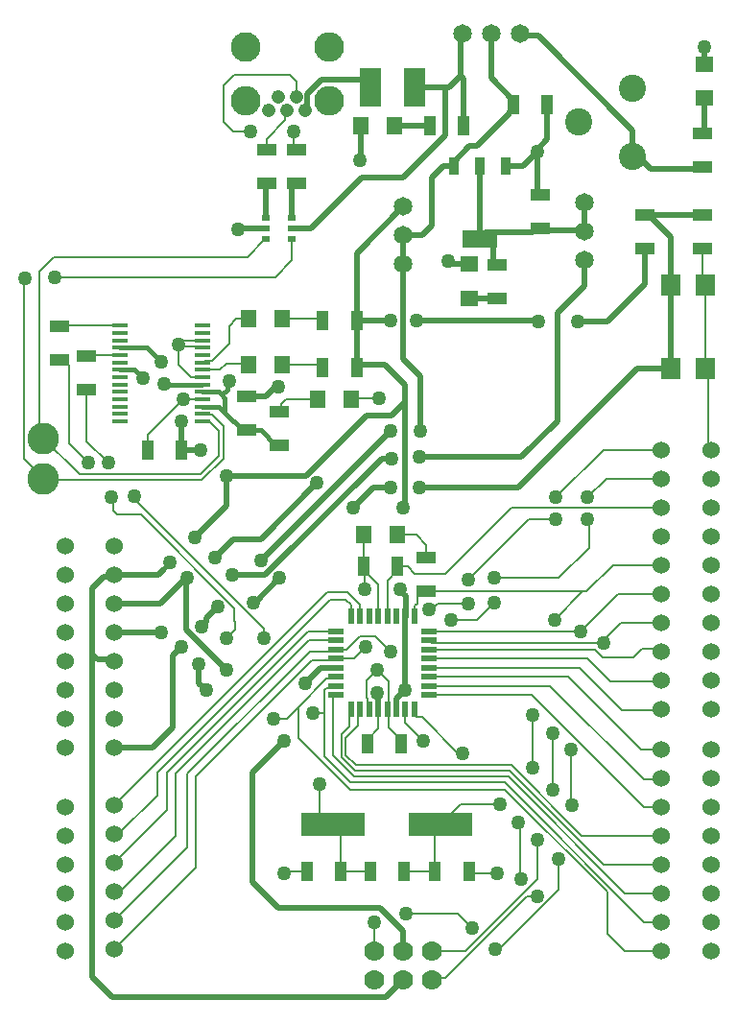
<source format=gtl>
G04*
G04 #@! TF.GenerationSoftware,Altium Limited,Altium Designer,19.1.7 (138)*
G04*
G04 Layer_Physical_Order=1*
G04 Layer_Color=255*
%FSLAX25Y25*%
%MOIN*%
G70*
G01*
G75*
%ADD11C,0.00600*%
%ADD18R,0.07480X0.13386*%
%ADD19R,0.07100X0.04400*%
%ADD20R,0.05500X0.06300*%
%ADD21R,0.05500X0.01370*%
%ADD22R,0.04400X0.07100*%
%ADD23R,0.05800X0.02000*%
%ADD24R,0.02000X0.05800*%
%ADD25R,0.12200X0.06300*%
%ADD26R,0.03300X0.06300*%
%ADD27R,0.22047X0.08268*%
%ADD28R,0.06693X0.07480*%
%ADD29R,0.06300X0.05500*%
%ADD30R,0.02756X0.02000*%
%ADD53C,0.01500*%
%ADD54C,0.02000*%
%ADD55C,0.06000*%
%ADD56C,0.06496*%
%ADD57C,0.07000*%
%ADD58C,0.11000*%
%ADD59C,0.09449*%
%ADD60C,0.10299*%
%ADD61O,0.10299X0.10299*%
%ADD62C,0.04756*%
%ADD63C,0.05000*%
D11*
X156400Y211500D02*
X165500D01*
X155900Y211000D02*
X156400Y211500D01*
X129500Y206800D02*
X131500Y208800D01*
Y209400D02*
X133100Y211000D01*
X144100D01*
X131500Y208800D02*
Y209400D01*
X214500Y45000D02*
X215000Y44500D01*
X214500Y45000D02*
Y63500D01*
X214000Y64000D02*
X214500Y63500D01*
X217021Y38500D02*
X220500D01*
X188400Y9879D02*
X217021Y38500D01*
X184379Y9879D02*
X188400D01*
X184000Y9500D02*
X184379Y9879D01*
X228000Y40626D02*
Y51500D01*
X207374Y20000D02*
X228000Y40626D01*
X206000Y20000D02*
X207374D01*
X195626Y19500D02*
X220500Y44374D01*
X184000Y19500D02*
X195626D01*
X220500Y44374D02*
Y58000D01*
X193000Y32500D02*
X198000Y27500D01*
X175000Y32500D02*
X193000D01*
X232375Y70125D02*
X232500Y70000D01*
X232375Y70125D02*
Y89125D01*
X232250Y89250D02*
X232375Y89125D01*
X226000Y75500D02*
Y95000D01*
X219000Y83000D02*
Y101500D01*
X245000Y25500D02*
Y39874D01*
X209374Y75500D02*
X245000Y39874D01*
X155500Y75500D02*
X209374D01*
X209137Y78000D02*
X257637Y29500D01*
X155500Y78000D02*
X209137D01*
X257637Y29500D02*
X263500D01*
X227000Y51500D02*
X228000D01*
X226500Y134375D02*
Y134500D01*
X236200Y144200D01*
X183000Y130400D02*
X235400D01*
X182000Y144200D02*
X236200D01*
X237700D01*
X218600Y108400D02*
X257500Y69500D01*
X263500D01*
X183000Y108400D02*
X218600D01*
X211500Y84000D02*
X236000Y59500D01*
X211000Y82000D02*
X243500Y49500D01*
X157237Y82000D02*
X211000D01*
X243500Y49500D02*
X263500D01*
X157500Y84000D02*
X211500D01*
X236000Y59500D02*
X263500D01*
X243500Y127500D02*
X249500Y133500D01*
X243500Y126500D02*
Y127500D01*
X235400Y130400D02*
X248500Y143500D01*
X254000Y121500D02*
X257000Y124500D01*
X243126Y121500D02*
X254000D01*
X240526Y124100D02*
X243126Y121500D01*
X183000Y127300D02*
X183800Y126500D01*
X183000Y124100D02*
X240526D01*
X183800Y126500D02*
X243500D01*
X164000Y19500D02*
Y29500D01*
X227000Y175100D02*
Y177000D01*
X157000Y121000D02*
X161000Y125000D01*
X150600Y121000D02*
X157000D01*
X164200Y128800D02*
X169500Y123500D01*
X158800Y128800D02*
X164200D01*
X154100Y124100D02*
X158800Y128800D01*
X160500Y145000D02*
Y151350D01*
X165300Y146550D01*
X160500Y151350D02*
Y152700D01*
X169000Y97150D02*
Y113000D01*
X160200Y153000D02*
X160500Y152700D01*
X161200Y107426D02*
Y113200D01*
Y107426D02*
X161400Y107226D01*
Y103900D02*
Y107226D01*
Y103900D02*
X162100Y103200D01*
X217500Y169500D02*
X227000D01*
X196500Y148500D02*
X217500Y169500D01*
X185808Y140000D02*
X196500D01*
X183808Y138000D02*
X185808Y140000D01*
X183000Y138000D02*
X183808D01*
X150600Y124100D02*
X154100D01*
X199500Y134500D02*
X205500Y140500D01*
X190500Y134500D02*
X199500D01*
X205500Y149000D02*
X228000D01*
X238500Y159500D01*
X227000Y177000D02*
X243500Y193500D01*
X263500D01*
X244500Y183500D02*
X263500D01*
X238000Y177000D02*
X244500Y183500D01*
X238500Y159500D02*
Y169000D01*
X238000Y169500D02*
X238500Y169000D01*
X188500Y150500D02*
X211500Y173500D01*
X263500D01*
X178000Y150500D02*
X188500D01*
X175500Y153000D02*
X178000Y150500D01*
X172000Y153000D02*
X175500D01*
X177900Y139300D02*
X178750Y140150D01*
X177900Y135500D02*
Y139300D01*
X82747Y171000D02*
X115374Y138374D01*
X112500Y128000D02*
X115500Y131000D01*
X115374Y134000D02*
X115500Y133874D01*
X115374Y134000D02*
Y138374D01*
X74500Y171000D02*
X82747D01*
X73074Y172426D02*
X74500Y171000D01*
X73074Y172426D02*
Y176426D01*
X72500Y177000D02*
X73074Y176426D01*
X115500Y131000D02*
Y133874D01*
X125500Y128000D02*
Y131500D01*
X80500Y176500D02*
X125500Y131500D01*
X80500Y176500D02*
Y177500D01*
X165300Y135500D02*
Y146550D01*
X165000Y135200D02*
X165300Y135500D01*
X182000Y156000D02*
Y160500D01*
X178500Y164000D02*
X182000Y160500D01*
X171900Y164000D02*
X178500D01*
X142500Y102000D02*
X145900D01*
X146400Y102500D01*
X137500Y104139D02*
X147362Y114000D01*
X137500Y104000D02*
Y104139D01*
X147362Y114000D02*
X149900D01*
X129000Y100000D02*
X133500D01*
X137500Y104000D01*
X165000Y117000D02*
X169000Y113000D01*
Y97150D02*
X173300Y92850D01*
X161200Y113200D02*
X165000Y117000D01*
X193000Y88000D02*
X194500D01*
X180400Y100600D02*
X193000Y88000D01*
X194000Y70500D02*
X207500D01*
X187000Y63500D02*
X194000Y70500D01*
X73500Y70000D02*
X147500Y144000D01*
X154500D01*
X247000Y153500D02*
X263500D01*
X237700Y144200D02*
X247000Y153500D01*
X257500Y79000D02*
X263000D01*
X263500Y79500D01*
X225000Y111500D02*
X257500Y79000D01*
X183000Y111500D02*
X225000D01*
X256500Y89500D02*
X263500D01*
X231300Y114700D02*
X256500Y89500D01*
X183000Y114700D02*
X231300D01*
X250000Y103000D02*
X263000D01*
X263500Y103500D01*
X235200Y117800D02*
X250000Y103000D01*
X183000Y117800D02*
X235200D01*
X246000Y113000D02*
X263000D01*
X263500Y113500D01*
X238000Y121000D02*
X246000Y113000D01*
X183000Y121000D02*
X238000D01*
X257000Y124500D02*
X262500D01*
X263500Y123500D01*
X249500Y133500D02*
X263500D01*
X248500Y143500D02*
X263500D01*
X178500Y100600D02*
X180400D01*
X177800Y101300D02*
X178500Y100600D01*
X177800Y101300D02*
Y103200D01*
X174700Y98800D02*
X181000Y92500D01*
X174700Y98800D02*
Y103200D01*
X145000Y67334D02*
Y77500D01*
Y67334D02*
X148834Y63500D01*
X149598D01*
X137500Y93500D02*
Y104000D01*
X57750Y195750D02*
X64500Y189000D01*
X57750Y195750D02*
Y222800D01*
X55850Y224700D02*
X57750Y222800D01*
X54500Y224700D02*
X55850D01*
X64000Y196500D02*
X71500Y189000D01*
X64000Y196500D02*
Y214200D01*
X137500Y93500D02*
X155500Y75500D01*
X146400Y102500D02*
Y109939D01*
Y87100D02*
Y102500D01*
X245000Y25500D02*
X251000Y19500D01*
X263500D01*
X149900Y114000D02*
X150600Y114700D01*
X149500Y107300D02*
X150600Y108400D01*
X149500Y87475D02*
Y107300D01*
Y87475D02*
X156974Y80000D01*
X146400Y87100D02*
X155500Y78000D01*
X146400Y109939D02*
X147262Y110800D01*
X149900D01*
X150600Y111500D01*
X251000Y39500D02*
X263500D01*
X210500Y80000D02*
X251000Y39500D01*
X156974Y80000D02*
X210500D01*
X152400Y86837D02*
X157237Y82000D01*
X152400Y86837D02*
Y94700D01*
X155100Y97400D01*
Y102500D01*
X155800Y103200D01*
X154000Y87500D02*
X157500Y84000D01*
X154000Y87500D02*
Y93500D01*
X158200Y97700D01*
Y102500D01*
X158900Y103200D01*
X165300Y96650D02*
Y103100D01*
X161500Y92850D02*
X165300Y96650D01*
X142300Y120300D02*
X149900D01*
X102000Y80000D02*
X142300Y120300D01*
X102000Y48500D02*
Y80000D01*
X141400Y123400D02*
X149900D01*
X99000Y81000D02*
X141400Y123400D01*
X99000Y55500D02*
Y81000D01*
X141300Y127300D02*
X150600D01*
X95000Y81000D02*
X141300Y127300D01*
X95000Y59500D02*
Y81000D01*
X140900Y130400D02*
X150600D01*
X92000Y81500D02*
X140900Y130400D01*
X92000Y68500D02*
Y81500D01*
X149900Y120300D02*
X150600Y121000D01*
X73500Y20000D02*
X102000Y48500D01*
X73500Y30000D02*
X99000Y55500D01*
X149900Y123400D02*
X150600Y124100D01*
X75500Y40000D02*
X95000Y59500D01*
X73500Y40000D02*
X75500D01*
X73500Y50000D02*
X92000Y68500D01*
X88500Y73500D02*
Y81500D01*
X75000Y60000D02*
X88500Y73500D01*
X73500Y60000D02*
X75000D01*
X88500Y81500D02*
X148500Y141500D01*
X154000D01*
X155800Y139700D01*
Y135600D02*
Y139700D01*
X158900Y135600D02*
Y139600D01*
X154500Y144000D02*
X158900Y139600D01*
X168500Y135500D02*
Y148150D01*
X145500Y239000D02*
X146000Y238500D01*
X132000Y239000D02*
X145500D01*
X145000Y223000D02*
X146000Y222000D01*
X131900Y223000D02*
X145000D01*
X112500Y223500D02*
X119600D01*
X120100Y223000D01*
X110280Y221280D02*
X112500Y223500D01*
X104394Y221280D02*
X110280D01*
X113500Y236500D02*
X116000Y239000D01*
X120200D01*
X113500Y230230D02*
Y236500D01*
X107493Y224224D02*
X113500Y230230D01*
X104779Y224224D02*
X107493D01*
X104394Y223839D02*
X104779Y224224D01*
X64398Y226398D02*
X75606D01*
X64000Y226000D02*
X64398Y226398D01*
X54634Y236634D02*
X75606D01*
X54500Y236500D02*
X54634Y236634D01*
X42200Y252700D02*
X42500Y253000D01*
X42200Y190300D02*
Y252700D01*
Y190300D02*
X49000Y183500D01*
X53000Y253500D02*
X129500D01*
X135301Y259301D01*
Y266535D01*
X47500Y199000D02*
X49000Y197500D01*
X47500Y199000D02*
Y255500D01*
X52500Y260500D01*
X119734D01*
X125770Y266535D01*
X126148D01*
X97543Y211043D02*
X104394D01*
X85200Y198700D02*
X97543Y211043D01*
X91000Y216500D02*
X91169Y216331D01*
X100280Y218720D02*
X104394D01*
X96000Y223000D02*
X100280Y218720D01*
X111500Y190500D02*
Y201533D01*
X107493Y205540D02*
X111500Y201533D01*
X109825Y191325D02*
Y200000D01*
X106459Y203366D02*
X109825Y200000D01*
X104000Y183000D02*
X111500Y190500D01*
X103500Y185000D02*
X109825Y191325D01*
X136000Y298800D02*
X137000Y297800D01*
X136000Y298800D02*
Y304000D01*
X115000D02*
X121000D01*
X111500Y307500D02*
X115000Y304000D01*
X111500Y307500D02*
Y320000D01*
X115098Y323598D01*
X134500D01*
X136799Y321299D01*
Y316000D02*
Y321299D01*
X126500Y297800D02*
Y301500D01*
X132998Y307998D01*
Y310624D01*
X133650Y311276D01*
X61500Y185000D02*
X103500D01*
X49000Y197500D02*
X61500Y185000D01*
X104394Y203366D02*
X106459D01*
X49500Y183000D02*
X104000D01*
X49000Y183500D02*
X49500Y183000D01*
X104779Y205540D02*
X107493D01*
X104394Y205925D02*
X104779Y205540D01*
X178750Y140150D02*
Y142300D01*
X180650Y144200D01*
X182000D01*
X160100Y153100D02*
X160200Y153000D01*
X160100Y153100D02*
Y164000D01*
X168500Y148150D02*
X172000Y151650D01*
Y153000D01*
X161500Y91500D02*
Y92850D01*
X173300Y91500D02*
Y92850D01*
X185000Y61500D02*
X187000Y63500D01*
X185000Y47000D02*
Y61500D01*
X174300Y47000D02*
X185000D01*
X149598Y63500D02*
X152300Y60798D01*
Y47000D02*
Y60798D01*
Y47000D02*
X162500D01*
X198800Y46500D02*
X206500D01*
X198300Y47000D02*
X198800Y46500D01*
X133000Y47000D02*
X139700D01*
X132500Y46500D02*
X133000Y47000D01*
X278823Y221826D02*
X280000Y220649D01*
Y194500D02*
Y220649D01*
Y194500D02*
X281000Y193500D01*
X278823Y221826D02*
Y250826D01*
X278000Y251649D02*
X278823Y250826D01*
X278000Y251649D02*
Y263200D01*
X85200Y193500D02*
Y198700D01*
X96000Y223000D02*
Y230000D01*
X96658Y229342D01*
X104009D01*
X104394Y228957D01*
X96000Y230000D02*
X97516Y231516D01*
X104394D01*
D18*
X162500Y319500D02*
D03*
X177854D02*
D03*
D19*
X54500Y224700D02*
D03*
Y236500D02*
D03*
X182000Y156000D02*
D03*
Y144200D02*
D03*
X64000Y214200D02*
D03*
Y226000D02*
D03*
X221500Y282000D02*
D03*
Y270200D02*
D03*
X131000Y206800D02*
D03*
Y195000D02*
D03*
X278000Y275000D02*
D03*
Y263200D02*
D03*
X258000D02*
D03*
Y275000D02*
D03*
X119500Y200200D02*
D03*
Y212000D02*
D03*
X206500Y246000D02*
D03*
Y257800D02*
D03*
X126500Y286000D02*
D03*
Y297800D02*
D03*
X137000D02*
D03*
Y286000D02*
D03*
X278000Y291700D02*
D03*
Y303500D02*
D03*
D20*
X160100Y164000D02*
D03*
X171900D02*
D03*
X131900Y223000D02*
D03*
X120100D02*
D03*
X120200Y239000D02*
D03*
X132000D02*
D03*
X155900Y211000D02*
D03*
X144100D02*
D03*
X159100Y306000D02*
D03*
X170900D02*
D03*
D21*
X75606Y203366D02*
D03*
Y205925D02*
D03*
Y208484D02*
D03*
Y211043D02*
D03*
Y213602D02*
D03*
Y216161D02*
D03*
Y218720D02*
D03*
Y221280D02*
D03*
Y223839D02*
D03*
Y226398D02*
D03*
Y228957D02*
D03*
Y231516D02*
D03*
Y234075D02*
D03*
Y236634D02*
D03*
X104394Y203366D02*
D03*
Y205925D02*
D03*
Y208484D02*
D03*
Y211043D02*
D03*
Y213602D02*
D03*
Y218720D02*
D03*
Y216161D02*
D03*
Y221280D02*
D03*
Y223839D02*
D03*
Y226398D02*
D03*
Y228957D02*
D03*
Y231516D02*
D03*
Y234075D02*
D03*
Y236634D02*
D03*
D22*
X146000Y222000D02*
D03*
X157800D02*
D03*
Y238500D02*
D03*
X146000D02*
D03*
X161500Y91500D02*
D03*
X173300D02*
D03*
X160200Y153000D02*
D03*
X172000D02*
D03*
X174300Y47000D02*
D03*
X162500D02*
D03*
X140500D02*
D03*
X152300D02*
D03*
X196800D02*
D03*
X185000D02*
D03*
X97000Y193500D02*
D03*
X85200D02*
D03*
X212200Y313500D02*
D03*
X224000D02*
D03*
X195000Y306000D02*
D03*
X183200D02*
D03*
D23*
X150600Y108400D02*
D03*
Y111500D02*
D03*
Y114700D02*
D03*
Y117800D02*
D03*
Y121000D02*
D03*
Y124100D02*
D03*
Y127300D02*
D03*
Y130400D02*
D03*
X183000D02*
D03*
Y127300D02*
D03*
Y124100D02*
D03*
Y121000D02*
D03*
Y117800D02*
D03*
Y114700D02*
D03*
Y111500D02*
D03*
Y108400D02*
D03*
D24*
X155800Y135600D02*
D03*
X158900D02*
D03*
X162100D02*
D03*
X165200D02*
D03*
X168400D02*
D03*
X171500D02*
D03*
X174700D02*
D03*
X177800D02*
D03*
Y103200D02*
D03*
X174700D02*
D03*
X171500D02*
D03*
X168400D02*
D03*
X165200D02*
D03*
X162100D02*
D03*
X158900D02*
D03*
X155800D02*
D03*
D25*
X200500Y266794D02*
D03*
D26*
X191400Y291994D02*
D03*
X200500D02*
D03*
X209600D02*
D03*
D27*
X187000Y63500D02*
D03*
X149598D02*
D03*
D28*
X278823Y250826D02*
D03*
X266823D02*
D03*
X278823Y221826D02*
D03*
X266823D02*
D03*
D29*
X197000Y257900D02*
D03*
Y246100D02*
D03*
X278500Y327400D02*
D03*
Y315600D02*
D03*
D30*
X126148Y274016D02*
D03*
Y270276D02*
D03*
Y266535D02*
D03*
X135301D02*
D03*
Y270276D02*
D03*
Y274016D02*
D03*
D53*
X119500Y200200D02*
X124450D01*
X118150D02*
X119500D01*
X124450D02*
X129650Y195000D01*
X112000Y206350D02*
X118150Y200200D01*
X129650Y195000D02*
X131000D01*
X91000Y216161D02*
X103894D01*
X110949Y212551D02*
X112830Y214433D01*
Y216830D01*
X113500Y217500D01*
X109898Y213602D02*
X110949Y212551D01*
X104394Y213602D02*
X109898D01*
X110949Y212551D02*
X112000Y211500D01*
X85043Y228957D02*
X90000Y224000D01*
X75606Y228957D02*
X85043D01*
X112000Y206350D02*
Y211500D01*
X109866Y208484D02*
X112000Y206350D01*
X104394Y208484D02*
X109866D01*
X80720Y221280D02*
X83500Y218500D01*
X75606Y221280D02*
X80720D01*
D54*
X129722Y215500D02*
X130500D01*
X126222Y212000D02*
X129722Y215500D01*
X119500Y212000D02*
X126222D01*
X174800Y135500D02*
Y142700D01*
X167500Y223000D02*
X174500Y216000D01*
X158800Y223000D02*
X167500D01*
X157800Y222000D02*
X158800Y223000D01*
X174500Y210000D02*
Y216000D01*
X161136Y205500D02*
X170000D01*
X140136Y184500D02*
X161136Y205500D01*
X112500Y184500D02*
X140136D01*
X98500Y131136D02*
Y149000D01*
X121500Y81500D02*
X132500Y92500D01*
X121500Y43500D02*
Y81500D01*
Y43500D02*
X130500Y34500D01*
X166000D02*
X174000Y26500D01*
X130500Y34500D02*
X166000D01*
X174700Y110200D02*
Y135600D01*
X174500Y110000D02*
X174700Y110200D01*
X173000Y144500D02*
Y145000D01*
Y144500D02*
X174800Y142700D01*
X105611Y133611D02*
Y135111D01*
X104000Y132000D02*
X105611Y133611D01*
X98500Y131136D02*
X112500Y117136D01*
X122000Y140500D02*
X122500D01*
X131000Y149000D01*
X105611Y135111D02*
X109500Y139000D01*
X89500Y140000D02*
X98500Y149000D01*
X112500Y117000D02*
Y117136D01*
X179500Y191000D02*
X215000D01*
X227500Y203500D01*
X126000Y150000D02*
X166500Y190500D01*
X170000D01*
X174000Y225000D02*
X180000Y219000D01*
Y200000D02*
Y219000D01*
X124500Y155000D02*
X169500Y200000D01*
X170000Y205500D02*
X174500Y210000D01*
X163500Y180500D02*
X169500D01*
X156500Y173500D02*
X163500Y180500D01*
X124500Y162500D02*
X144000Y182000D01*
X115000Y162500D02*
X124500D01*
X108500Y156000D02*
X115000Y162500D01*
X114500Y150000D02*
X126000D01*
X237000Y250500D02*
Y259500D01*
X227500Y241000D02*
X237000Y250500D01*
X227500Y203500D02*
Y241000D01*
X255326Y221826D02*
X266823D01*
X214000Y180500D02*
X255326Y221826D01*
X179500Y180500D02*
X214000D01*
X174000Y173500D02*
X174500Y174000D01*
Y210000D01*
X174000Y19500D02*
Y26500D01*
X73000Y3500D02*
X168000D01*
X174000Y9500D01*
X66000Y10500D02*
X73000Y3500D01*
X66000Y10500D02*
Y122500D01*
X258000Y251000D02*
Y263200D01*
X245000Y238000D02*
X258000Y251000D01*
X234500Y238000D02*
X245000D01*
X220750Y238250D02*
X221000Y238000D01*
X178750Y238250D02*
X220750D01*
X178500Y238500D02*
X178750Y238250D01*
X157800Y238500D02*
X169500D01*
X174000Y225000D02*
Y258000D01*
X94000Y122000D02*
X97000Y125000D01*
X94000Y97000D02*
Y122000D01*
X87000Y90000D02*
X94000Y97000D01*
X73500Y90000D02*
X87000D01*
X171500Y107000D02*
X174500Y110000D01*
X171500Y103200D02*
Y107000D01*
X165000Y109000D02*
X165200Y108800D01*
Y103200D02*
Y108800D01*
X101500Y163000D02*
X112500Y174000D01*
Y184500D01*
X89000Y150000D02*
X91000Y152000D01*
X73500Y150000D02*
X89000D01*
X73500Y130000D02*
X90000D01*
X70000Y149500D02*
X73000D01*
X73500Y150000D01*
X66000Y145500D02*
X70000Y149500D01*
X66000Y122500D02*
Y145500D01*
Y122500D02*
X67735Y120765D01*
X72735D01*
X73500Y120000D01*
X103000Y112500D02*
X105500Y110000D01*
X103000Y112500D02*
Y119000D01*
X140000Y112500D02*
X145300Y117800D01*
X150600D01*
X73500Y140000D02*
X89500D01*
X97000Y193500D02*
X103500D01*
X157800Y222000D02*
Y238500D01*
X174000Y258000D02*
Y268000D01*
X157800Y238500D02*
Y261800D01*
X174000Y278000D01*
X135301Y274016D02*
Y284800D01*
X136501Y286000D01*
X137000D01*
X126148Y274016D02*
Y285648D01*
X126500Y286000D01*
X188500Y319500D02*
X190000D01*
X177854D02*
X188500D01*
X135301Y270276D02*
X141776D01*
X159500Y288000D01*
X173778D01*
X188500Y302722D01*
Y319500D01*
X278000Y303500D02*
X278500Y304000D01*
Y315600D01*
X259924Y291000D02*
X277300D01*
X278000Y291700D01*
X255424Y295500D02*
X259924Y291000D01*
X253500Y295500D02*
X255424D01*
X220748Y337252D02*
X253500Y304500D01*
Y295500D02*
Y304500D01*
X215248Y337252D02*
X220748D01*
X214500Y338000D02*
X215248Y337252D01*
X266823Y221826D02*
Y250826D01*
X259350Y275000D02*
X278000D01*
X267000Y251003D02*
Y267350D01*
X266823Y250826D02*
X267000Y251003D01*
X259350Y275000D02*
X267000Y267350D01*
X258000Y275000D02*
X259350D01*
X221500Y270200D02*
X221850Y269850D01*
X236650D01*
X237000Y269500D01*
Y279500D01*
X170900Y306000D02*
X183200D01*
X206450Y246050D02*
X206500Y246000D01*
X197050Y246050D02*
X206450D01*
X197000Y246100D02*
X197050Y246050D01*
X220150Y270200D02*
X221500D01*
X218894Y268944D02*
X220150Y270200D01*
X202650Y268944D02*
X218894D01*
X200500Y266794D02*
X202650Y268944D01*
X205300Y259000D02*
X206500Y257800D01*
X205300Y259000D02*
Y264644D01*
X203150Y266794D02*
X205300Y264644D01*
X200500Y266794D02*
X203150D01*
X188000Y292000D02*
X191394D01*
X191400Y291994D01*
X184000Y288000D02*
X188000Y292000D01*
X184000Y271500D02*
Y288000D01*
X180500Y268000D02*
X184000Y271500D01*
X174000Y268000D02*
X180500D01*
X200500Y266794D02*
Y291994D01*
X211000Y310500D02*
Y310950D01*
X199500Y299000D02*
X211000Y310500D01*
X196906Y299000D02*
X199500D01*
X211000Y310950D02*
X212200Y312150D01*
Y313500D01*
X191400Y293494D02*
X196906Y299000D01*
X191400Y291994D02*
Y293494D01*
X204500Y322550D02*
X212200Y314850D01*
Y313500D02*
Y314850D01*
X204500Y322550D02*
Y338000D01*
X194000Y323500D02*
X195000Y322500D01*
Y306000D02*
Y322500D01*
X194000Y323500D02*
Y337500D01*
X194500Y338000D01*
X190000Y319500D02*
X194000Y323500D01*
X145500Y322000D02*
X160000D01*
X162500Y319500D01*
X140477Y316977D02*
X145500Y322000D01*
X140477Y311804D02*
Y316977D01*
X139949Y311276D02*
X140477Y311804D01*
X97000Y193500D02*
Y203500D01*
X116500Y270000D02*
X116776Y270276D01*
X126148D01*
X189500Y259000D02*
X190600Y257900D01*
X197000D01*
X220500Y283000D02*
Y297000D01*
Y283000D02*
X221500Y282000D01*
X220500Y297000D02*
Y297778D01*
X224000Y301278D01*
Y313500D01*
X215494Y291994D02*
X220500Y297000D01*
X209600Y291994D02*
X215494D01*
X159000Y294000D02*
X159100Y294100D01*
Y306000D01*
X278500Y327400D02*
Y333500D01*
D55*
X281000Y193500D02*
D03*
Y183500D02*
D03*
Y173500D02*
D03*
Y163500D02*
D03*
Y153500D02*
D03*
Y143500D02*
D03*
Y133500D02*
D03*
Y123500D02*
D03*
Y113500D02*
D03*
Y103500D02*
D03*
X263500D02*
D03*
Y113500D02*
D03*
Y123500D02*
D03*
Y133500D02*
D03*
Y143500D02*
D03*
Y153500D02*
D03*
Y163500D02*
D03*
Y173500D02*
D03*
Y183500D02*
D03*
Y193500D02*
D03*
X56500Y69500D02*
D03*
Y59500D02*
D03*
Y49500D02*
D03*
Y39500D02*
D03*
Y29500D02*
D03*
Y19500D02*
D03*
Y160000D02*
D03*
Y150000D02*
D03*
Y140000D02*
D03*
Y130000D02*
D03*
Y120000D02*
D03*
Y110000D02*
D03*
Y100000D02*
D03*
Y90000D02*
D03*
X73500D02*
D03*
Y100000D02*
D03*
Y110000D02*
D03*
Y120000D02*
D03*
Y130000D02*
D03*
Y140000D02*
D03*
Y150000D02*
D03*
Y160000D02*
D03*
X263500Y89500D02*
D03*
Y79500D02*
D03*
Y69500D02*
D03*
Y59500D02*
D03*
Y49500D02*
D03*
Y39500D02*
D03*
Y29500D02*
D03*
Y19500D02*
D03*
X73500Y70000D02*
D03*
Y60000D02*
D03*
Y50000D02*
D03*
Y40000D02*
D03*
Y30000D02*
D03*
Y20000D02*
D03*
X281000Y89500D02*
D03*
Y79500D02*
D03*
Y69500D02*
D03*
Y59500D02*
D03*
Y49500D02*
D03*
Y39500D02*
D03*
Y29500D02*
D03*
Y19500D02*
D03*
D56*
X174000Y278000D02*
D03*
Y268000D02*
D03*
Y258000D02*
D03*
X237000Y259500D02*
D03*
Y269500D02*
D03*
Y279500D02*
D03*
X214500Y338000D02*
D03*
X204500D02*
D03*
X194500D02*
D03*
D57*
X184000Y19500D02*
D03*
Y9500D02*
D03*
X174000Y19500D02*
D03*
Y9500D02*
D03*
X164000Y19500D02*
D03*
Y9500D02*
D03*
D58*
X49000Y197500D02*
D03*
Y183500D02*
D03*
D59*
X234996Y307220D02*
D03*
X253500Y319000D02*
D03*
Y295500D02*
D03*
D60*
X119083Y333520D02*
D03*
D61*
Y314819D02*
D03*
X148217D02*
D03*
Y333520D02*
D03*
D62*
X130500Y316000D02*
D03*
X136799D02*
D03*
X127350Y311276D02*
D03*
X133650D02*
D03*
X139949D02*
D03*
D63*
X165500Y211500D02*
D03*
X130500Y215500D02*
D03*
X206000Y20000D02*
D03*
X220500Y38500D02*
D03*
X215000Y44500D02*
D03*
X198000Y27500D02*
D03*
X228000Y51500D02*
D03*
X220500Y58000D02*
D03*
X214000Y64000D02*
D03*
X226000Y75500D02*
D03*
X219000Y83000D02*
D03*
Y101500D02*
D03*
X226500Y134375D02*
D03*
X232250Y89250D02*
D03*
X232500Y70000D02*
D03*
X226000Y95000D02*
D03*
X175000Y32500D02*
D03*
X243500Y126500D02*
D03*
X235400Y130400D02*
D03*
X164000Y29500D02*
D03*
X161000Y125000D02*
D03*
X160500Y145000D02*
D03*
X196500Y148500D02*
D03*
Y140000D02*
D03*
X183000Y138000D02*
D03*
X169500Y123500D02*
D03*
X205500Y140500D02*
D03*
Y149000D02*
D03*
X190500Y134500D02*
D03*
X227000Y169500D02*
D03*
Y177000D02*
D03*
X238000D02*
D03*
Y169500D02*
D03*
X104000Y132000D02*
D03*
X112500Y128000D02*
D03*
X131000Y149000D02*
D03*
X122000Y140500D02*
D03*
X93000Y154500D02*
D03*
X99000Y149000D02*
D03*
X109500Y139000D02*
D03*
X179500Y191000D02*
D03*
X170000Y190500D02*
D03*
X180000Y200000D02*
D03*
X169500D02*
D03*
X156500Y173500D02*
D03*
X144000Y182000D02*
D03*
X179500Y180500D02*
D03*
X169500D02*
D03*
X108500Y156000D02*
D03*
X174000Y173500D02*
D03*
X132500Y92500D02*
D03*
X234500Y238000D02*
D03*
X221000D02*
D03*
X178500Y238500D02*
D03*
X169500D02*
D03*
X142500Y102000D02*
D03*
X129000Y100000D02*
D03*
X124500Y155000D02*
D03*
X97000Y125000D02*
D03*
X174500Y110000D02*
D03*
X165000Y109000D02*
D03*
X194500Y88000D02*
D03*
X207500Y70500D02*
D03*
X101500Y163000D02*
D03*
X114500Y150000D02*
D03*
X90000Y130000D02*
D03*
X105500Y110000D02*
D03*
X103000Y119000D02*
D03*
X112500Y117000D02*
D03*
X140000Y112500D02*
D03*
X181000Y92500D02*
D03*
X145000Y77500D02*
D03*
X72500Y177000D02*
D03*
X64500Y189000D02*
D03*
X125500Y128000D02*
D03*
X80500Y177500D02*
D03*
X71500Y189000D02*
D03*
X165000Y117000D02*
D03*
X173000Y145000D02*
D03*
X42500Y253000D02*
D03*
X53000Y253500D02*
D03*
X113500Y217500D02*
D03*
X112500Y184500D02*
D03*
X103500Y193500D02*
D03*
X90000Y224000D02*
D03*
X83500Y218500D02*
D03*
X97543Y211043D02*
D03*
X136000Y304000D02*
D03*
X121000D02*
D03*
X91000Y216500D02*
D03*
X97000Y203500D02*
D03*
X206500Y46500D02*
D03*
X132500D02*
D03*
X96000Y230000D02*
D03*
X116500Y270000D02*
D03*
X189500Y259000D02*
D03*
X220500Y297000D02*
D03*
X159000Y294000D02*
D03*
X278500Y333500D02*
D03*
M02*

</source>
